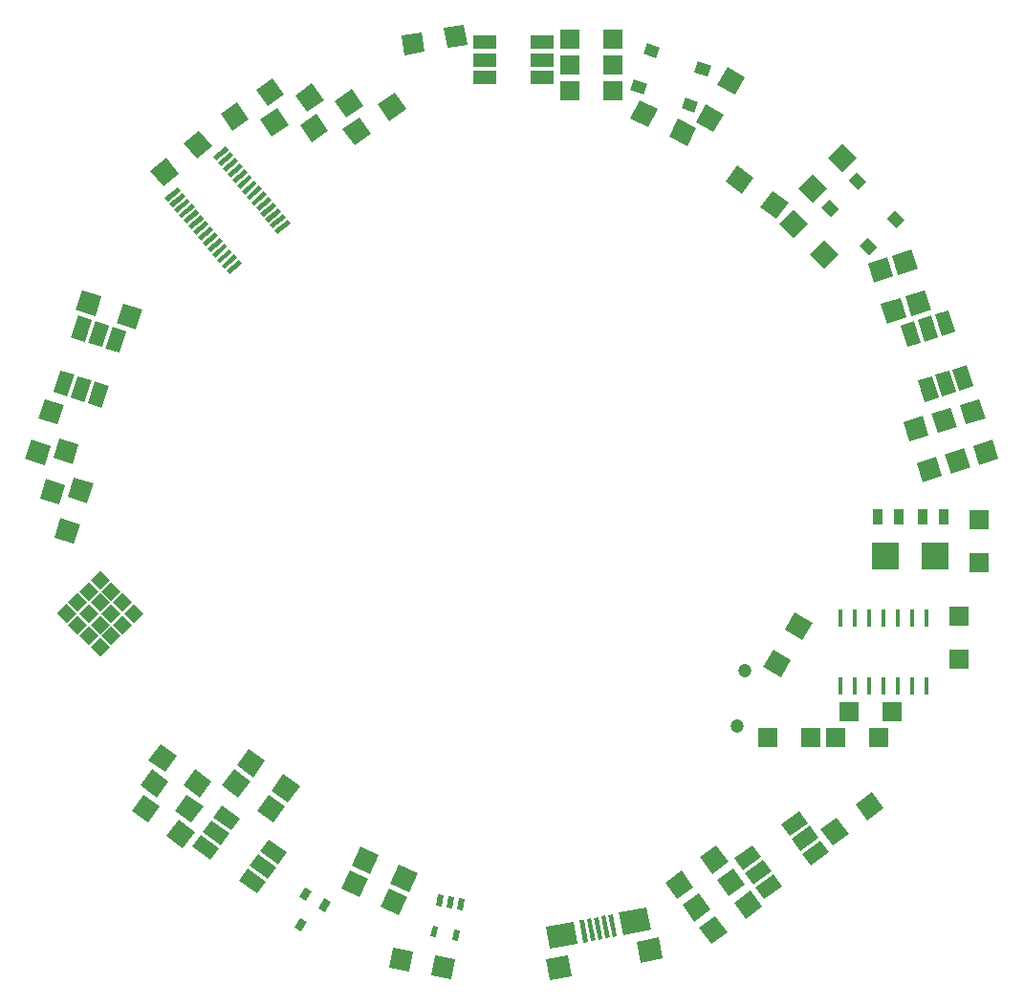
<source format=gtp>
G04 (created by PCBNEW-RS274X (2012-01-19 BZR 3256)-stable) date 12/30/2012 11:34:10 PM*
G01*
G70*
G90*
%MOIN*%
G04 Gerber Fmt 3.4, Leading zero omitted, Abs format*
%FSLAX34Y34*%
G04 APERTURE LIST*
%ADD10C,0.006000*%
%ADD11R,0.017700X0.059100*%
%ADD12C,0.047200*%
%ADD13R,0.035000X0.055000*%
%ADD14R,0.094500X0.094500*%
%ADD15R,0.070900X0.070900*%
%ADD16R,0.078700X0.051200*%
G04 APERTURE END LIST*
G54D10*
G54D11*
X52264Y-43406D03*
X52764Y-43406D03*
X53264Y-43406D03*
X53764Y-43406D03*
X51764Y-43406D03*
X51264Y-43406D03*
X50764Y-43406D03*
X50764Y-45768D03*
X51264Y-45768D03*
X51764Y-45768D03*
X52264Y-45768D03*
X52764Y-45768D03*
X53264Y-45768D03*
X53764Y-45768D03*
G54D12*
X47165Y-47165D03*
X47444Y-45216D03*
G54D13*
X54384Y-39862D03*
X53634Y-39862D03*
X52059Y-39862D03*
X52809Y-39862D03*
G54D14*
X54087Y-41240D03*
X52355Y-41240D03*
G54D10*
G36*
X44030Y-24752D02*
X43895Y-25122D01*
X43452Y-24960D01*
X43587Y-24590D01*
X44030Y-24752D01*
X44030Y-24752D01*
G37*
G36*
X44488Y-23495D02*
X44353Y-23865D01*
X43910Y-23703D01*
X44045Y-23333D01*
X44488Y-23495D01*
X44488Y-23495D01*
G37*
G36*
X45806Y-25399D02*
X45671Y-25769D01*
X45228Y-25607D01*
X45363Y-25237D01*
X45806Y-25399D01*
X45806Y-25399D01*
G37*
G36*
X46264Y-24142D02*
X46129Y-24512D01*
X45686Y-24350D01*
X45821Y-23980D01*
X46264Y-24142D01*
X46264Y-24142D01*
G37*
G36*
X52394Y-29458D02*
X52672Y-29180D01*
X53006Y-29514D01*
X52728Y-29792D01*
X52394Y-29458D01*
X52394Y-29458D01*
G37*
G36*
X51448Y-30404D02*
X51726Y-30126D01*
X52060Y-30460D01*
X51782Y-30738D01*
X51448Y-30404D01*
X51448Y-30404D01*
G37*
G36*
X51058Y-28122D02*
X51336Y-27844D01*
X51670Y-28178D01*
X51392Y-28456D01*
X51058Y-28122D01*
X51058Y-28122D01*
G37*
G36*
X50112Y-29068D02*
X50390Y-28790D01*
X50724Y-29124D01*
X50446Y-29402D01*
X50112Y-29068D01*
X50112Y-29068D01*
G37*
G36*
X53463Y-31209D02*
X52790Y-31428D01*
X52571Y-30755D01*
X53244Y-30536D01*
X53463Y-31209D01*
X53463Y-31209D01*
G37*
G36*
X53925Y-32631D02*
X53252Y-32850D01*
X53033Y-32177D01*
X53706Y-31958D01*
X53925Y-32631D01*
X53925Y-32631D01*
G37*
G36*
X25541Y-33096D02*
X25760Y-32423D01*
X26433Y-32642D01*
X26214Y-33315D01*
X25541Y-33096D01*
X25541Y-33096D01*
G37*
G36*
X24119Y-32634D02*
X24338Y-31961D01*
X25011Y-32180D01*
X24792Y-32853D01*
X24119Y-32634D01*
X24119Y-32634D01*
G37*
G36*
X24505Y-39381D02*
X23832Y-39162D01*
X24051Y-38489D01*
X24724Y-38708D01*
X24505Y-39381D01*
X24505Y-39381D01*
G37*
G36*
X24043Y-40803D02*
X23370Y-40584D01*
X23589Y-39911D01*
X24262Y-40130D01*
X24043Y-40803D01*
X24043Y-40803D01*
G37*
G36*
X23489Y-36644D02*
X22816Y-36425D01*
X23035Y-35752D01*
X23708Y-35971D01*
X23489Y-36644D01*
X23489Y-36644D01*
G37*
G36*
X23027Y-38066D02*
X22354Y-37847D01*
X22573Y-37174D01*
X23246Y-37393D01*
X23027Y-38066D01*
X23027Y-38066D01*
G37*
G36*
X23997Y-38015D02*
X23324Y-37796D01*
X23543Y-37123D01*
X24216Y-37342D01*
X23997Y-38015D01*
X23997Y-38015D01*
G37*
G36*
X23535Y-39437D02*
X22862Y-39218D01*
X23081Y-38545D01*
X23754Y-38764D01*
X23535Y-39437D01*
X23535Y-39437D01*
G37*
G36*
X30802Y-25536D02*
X30396Y-24956D01*
X30976Y-24550D01*
X31382Y-25130D01*
X30802Y-25536D01*
X30802Y-25536D01*
G37*
G36*
X29576Y-26394D02*
X29170Y-25814D01*
X29750Y-25408D01*
X30156Y-25988D01*
X29576Y-26394D01*
X29576Y-26394D01*
G37*
G36*
X27266Y-27344D02*
X27721Y-27887D01*
X27178Y-28342D01*
X26723Y-27799D01*
X27266Y-27344D01*
X27266Y-27344D01*
G37*
G36*
X28412Y-26382D02*
X28867Y-26925D01*
X28324Y-27380D01*
X27869Y-26837D01*
X28412Y-26382D01*
X28412Y-26382D01*
G37*
G36*
X28209Y-29906D02*
X28652Y-29534D01*
X28757Y-29660D01*
X28314Y-30032D01*
X28209Y-29906D01*
X28209Y-29906D01*
G37*
G36*
X28373Y-30102D02*
X28816Y-29730D01*
X28921Y-29856D01*
X28478Y-30228D01*
X28373Y-30102D01*
X28373Y-30102D01*
G37*
G36*
X28538Y-30299D02*
X28981Y-29927D01*
X29086Y-30053D01*
X28643Y-30425D01*
X28538Y-30299D01*
X28538Y-30299D01*
G37*
G36*
X28702Y-30495D02*
X29145Y-30123D01*
X29250Y-30249D01*
X28807Y-30621D01*
X28702Y-30495D01*
X28702Y-30495D01*
G37*
G36*
X29404Y-27906D02*
X29847Y-27534D01*
X29952Y-27660D01*
X29509Y-28032D01*
X29404Y-27906D01*
X29404Y-27906D01*
G37*
G36*
X27715Y-29318D02*
X28158Y-28946D01*
X28263Y-29072D01*
X27820Y-29444D01*
X27715Y-29318D01*
X27715Y-29318D01*
G37*
G36*
X27879Y-29514D02*
X28322Y-29142D01*
X28427Y-29268D01*
X27984Y-29640D01*
X27879Y-29514D01*
X27879Y-29514D01*
G37*
G36*
X28044Y-29710D02*
X28487Y-29338D01*
X28592Y-29464D01*
X28149Y-29836D01*
X28044Y-29710D01*
X28044Y-29710D01*
G37*
G36*
X30555Y-29274D02*
X30998Y-28902D01*
X31103Y-29028D01*
X30660Y-29400D01*
X30555Y-29274D01*
X30555Y-29274D01*
G37*
G36*
X30391Y-29078D02*
X30834Y-28706D01*
X30939Y-28832D01*
X30496Y-29204D01*
X30391Y-29078D01*
X30391Y-29078D01*
G37*
G36*
X30226Y-28882D02*
X30669Y-28510D01*
X30774Y-28636D01*
X30331Y-29008D01*
X30226Y-28882D01*
X30226Y-28882D01*
G37*
G36*
X30061Y-28686D02*
X30504Y-28314D01*
X30609Y-28440D01*
X30166Y-28812D01*
X30061Y-28686D01*
X30061Y-28686D01*
G37*
G36*
X29897Y-28490D02*
X30340Y-28118D01*
X30445Y-28244D01*
X30002Y-28616D01*
X29897Y-28490D01*
X29897Y-28490D01*
G37*
G36*
X29732Y-28293D02*
X30175Y-27921D01*
X30280Y-28047D01*
X29837Y-28419D01*
X29732Y-28293D01*
X29732Y-28293D01*
G37*
G36*
X28867Y-30691D02*
X29310Y-30319D01*
X29415Y-30445D01*
X28972Y-30817D01*
X28867Y-30691D01*
X28867Y-30691D01*
G37*
G36*
X29566Y-28099D02*
X30009Y-27727D01*
X30114Y-27853D01*
X29671Y-28225D01*
X29566Y-28099D01*
X29566Y-28099D01*
G37*
G36*
X27550Y-29122D02*
X27993Y-28750D01*
X28098Y-28876D01*
X27655Y-29248D01*
X27550Y-29122D01*
X27550Y-29122D01*
G37*
G36*
X29031Y-30887D02*
X29474Y-30515D01*
X29579Y-30641D01*
X29136Y-31013D01*
X29031Y-30887D01*
X29031Y-30887D01*
G37*
G36*
X30720Y-29470D02*
X31163Y-29098D01*
X31268Y-29224D01*
X30825Y-29596D01*
X30720Y-29470D01*
X30720Y-29470D01*
G37*
G36*
X29239Y-27705D02*
X29682Y-27333D01*
X29787Y-27459D01*
X29344Y-27831D01*
X29239Y-27705D01*
X29239Y-27705D01*
G37*
G36*
X27386Y-28927D02*
X27829Y-28555D01*
X27934Y-28681D01*
X27491Y-29053D01*
X27386Y-28927D01*
X27386Y-28927D01*
G37*
G36*
X29195Y-31082D02*
X29638Y-30710D01*
X29743Y-30836D01*
X29300Y-31208D01*
X29195Y-31082D01*
X29195Y-31082D01*
G37*
G36*
X30884Y-29665D02*
X31327Y-29293D01*
X31432Y-29419D01*
X30989Y-29791D01*
X30884Y-29665D01*
X30884Y-29665D01*
G37*
G36*
X29075Y-27510D02*
X29518Y-27138D01*
X29623Y-27264D01*
X29180Y-27636D01*
X29075Y-27510D01*
X29075Y-27510D01*
G37*
G36*
X27222Y-28730D02*
X27665Y-28358D01*
X27770Y-28484D01*
X27327Y-28856D01*
X27222Y-28730D01*
X27222Y-28730D01*
G37*
G36*
X29360Y-31278D02*
X29803Y-30906D01*
X29908Y-31032D01*
X29465Y-31404D01*
X29360Y-31278D01*
X29360Y-31278D01*
G37*
G36*
X31048Y-29862D02*
X31491Y-29490D01*
X31596Y-29616D01*
X31153Y-29988D01*
X31048Y-29862D01*
X31048Y-29862D01*
G37*
G36*
X28910Y-27314D02*
X29353Y-26942D01*
X29458Y-27068D01*
X29015Y-27440D01*
X28910Y-27314D01*
X28910Y-27314D01*
G37*
G36*
X32180Y-25733D02*
X31774Y-25153D01*
X32354Y-24747D01*
X32760Y-25327D01*
X32180Y-25733D01*
X32180Y-25733D01*
G37*
G36*
X30954Y-26591D02*
X30548Y-26011D01*
X31128Y-25605D01*
X31534Y-26185D01*
X30954Y-26591D01*
X30954Y-26591D01*
G37*
G36*
X33557Y-25930D02*
X33151Y-25350D01*
X33731Y-24944D01*
X34137Y-25524D01*
X33557Y-25930D01*
X33557Y-25930D01*
G37*
G36*
X32331Y-26788D02*
X31925Y-26208D01*
X32505Y-25802D01*
X32911Y-26382D01*
X32331Y-26788D01*
X32331Y-26788D01*
G37*
G36*
X48433Y-44495D02*
X49047Y-44849D01*
X48693Y-45463D01*
X48079Y-45109D01*
X48433Y-44495D01*
X48433Y-44495D01*
G37*
G36*
X49181Y-43199D02*
X49795Y-43553D01*
X49441Y-44167D01*
X48827Y-43813D01*
X49181Y-43199D01*
X49181Y-43199D01*
G37*
G36*
X34674Y-51678D02*
X34375Y-52319D01*
X33734Y-52020D01*
X34033Y-51379D01*
X34674Y-51678D01*
X34674Y-51678D01*
G37*
G36*
X36030Y-52310D02*
X35731Y-52951D01*
X35090Y-52652D01*
X35389Y-52011D01*
X36030Y-52310D01*
X36030Y-52310D01*
G37*
G36*
X30426Y-50124D02*
X30842Y-49552D01*
X31414Y-49968D01*
X30998Y-50540D01*
X30426Y-50124D01*
X30426Y-50124D01*
G37*
G36*
X29216Y-49244D02*
X29632Y-48672D01*
X30204Y-49088D01*
X29788Y-49660D01*
X29216Y-49244D01*
X29216Y-49244D01*
G37*
G36*
X27867Y-49238D02*
X28283Y-48666D01*
X28855Y-49082D01*
X28439Y-49654D01*
X27867Y-49238D01*
X27867Y-49238D01*
G37*
G36*
X26657Y-48358D02*
X27073Y-47786D01*
X27645Y-48202D01*
X27229Y-48774D01*
X26657Y-48358D01*
X26657Y-48358D01*
G37*
G36*
X27572Y-50124D02*
X27988Y-49552D01*
X28560Y-49968D01*
X28144Y-50540D01*
X27572Y-50124D01*
X27572Y-50124D01*
G37*
G36*
X26362Y-49244D02*
X26778Y-48672D01*
X27350Y-49088D01*
X26934Y-49660D01*
X26362Y-49244D01*
X26362Y-49244D01*
G37*
G36*
X27276Y-51010D02*
X27692Y-50438D01*
X28264Y-50854D01*
X27848Y-51426D01*
X27276Y-51010D01*
X27276Y-51010D01*
G37*
G36*
X26066Y-50130D02*
X26482Y-49558D01*
X27054Y-49974D01*
X26638Y-50546D01*
X26066Y-50130D01*
X26066Y-50130D01*
G37*
G54D15*
X52579Y-46673D03*
X51083Y-46673D03*
X48228Y-47559D03*
X49724Y-47559D03*
G54D10*
G36*
X34320Y-52505D02*
X34021Y-53146D01*
X33380Y-52847D01*
X33679Y-52206D01*
X34320Y-52505D01*
X34320Y-52505D01*
G37*
G36*
X35676Y-53137D02*
X35377Y-53778D01*
X34736Y-53479D01*
X35035Y-52838D01*
X35676Y-53137D01*
X35676Y-53137D01*
G37*
G36*
X35864Y-55036D02*
X35741Y-55733D01*
X35044Y-55610D01*
X35167Y-54913D01*
X35864Y-55036D01*
X35864Y-55036D01*
G37*
G36*
X37338Y-55296D02*
X37215Y-55993D01*
X36518Y-55870D01*
X36641Y-55173D01*
X37338Y-55296D01*
X37338Y-55296D01*
G37*
G36*
X46295Y-52318D02*
X45879Y-51746D01*
X46451Y-51330D01*
X46867Y-51902D01*
X46295Y-52318D01*
X46295Y-52318D01*
G37*
G36*
X45085Y-53198D02*
X44669Y-52626D01*
X45241Y-52210D01*
X45657Y-52782D01*
X45085Y-53198D01*
X45085Y-53198D01*
G37*
G36*
X46885Y-53105D02*
X46469Y-52533D01*
X47041Y-52117D01*
X47457Y-52689D01*
X46885Y-53105D01*
X46885Y-53105D01*
G37*
G36*
X45675Y-53985D02*
X45259Y-53413D01*
X45831Y-52997D01*
X46247Y-53569D01*
X45675Y-53985D01*
X45675Y-53985D01*
G37*
G36*
X47476Y-53893D02*
X47060Y-53321D01*
X47632Y-52905D01*
X48048Y-53477D01*
X47476Y-53893D01*
X47476Y-53893D01*
G37*
G36*
X46266Y-54773D02*
X45850Y-54201D01*
X46422Y-53785D01*
X46838Y-54357D01*
X46266Y-54773D01*
X46266Y-54773D01*
G37*
G36*
X51708Y-50458D02*
X51292Y-49886D01*
X51864Y-49470D01*
X52280Y-50042D01*
X51708Y-50458D01*
X51708Y-50458D01*
G37*
G36*
X50498Y-51338D02*
X50082Y-50766D01*
X50654Y-50350D01*
X51070Y-50922D01*
X50498Y-51338D01*
X50498Y-51338D01*
G37*
G36*
X47095Y-25147D02*
X46481Y-24793D01*
X46835Y-24179D01*
X47449Y-24533D01*
X47095Y-25147D01*
X47095Y-25147D01*
G37*
G36*
X46347Y-26443D02*
X45733Y-26089D01*
X46087Y-25475D01*
X46701Y-25829D01*
X46347Y-26443D01*
X46347Y-26443D01*
G37*
G54D15*
X52106Y-47559D03*
X50610Y-47559D03*
G54D10*
G36*
X50856Y-27826D02*
X50355Y-27325D01*
X50856Y-26824D01*
X51357Y-27325D01*
X50856Y-27826D01*
X50856Y-27826D01*
G37*
G36*
X49798Y-28884D02*
X49297Y-28383D01*
X49798Y-27882D01*
X50299Y-28383D01*
X49798Y-28884D01*
X49798Y-28884D01*
G37*
G54D15*
X55600Y-41448D03*
X55600Y-39952D03*
X54921Y-44842D03*
X54921Y-43346D03*
G54D10*
G36*
X53857Y-37016D02*
X53184Y-37235D01*
X52965Y-36562D01*
X53638Y-36343D01*
X53857Y-37016D01*
X53857Y-37016D01*
G37*
G36*
X54319Y-38438D02*
X53646Y-38657D01*
X53427Y-37984D01*
X54100Y-37765D01*
X54319Y-38438D01*
X54319Y-38438D01*
G37*
G36*
X55825Y-36425D02*
X55152Y-36644D01*
X54933Y-35971D01*
X55606Y-35752D01*
X55825Y-36425D01*
X55825Y-36425D01*
G37*
G36*
X56287Y-37847D02*
X55614Y-38066D01*
X55395Y-37393D01*
X56068Y-37174D01*
X56287Y-37847D01*
X56287Y-37847D01*
G37*
G36*
X54841Y-36721D02*
X54168Y-36940D01*
X53949Y-36267D01*
X54622Y-36048D01*
X54841Y-36721D01*
X54841Y-36721D01*
G37*
G36*
X55303Y-38143D02*
X54630Y-38362D01*
X54411Y-37689D01*
X55084Y-37470D01*
X55303Y-38143D01*
X55303Y-38143D01*
G37*
G36*
X52187Y-32445D02*
X52860Y-32226D01*
X53079Y-32899D01*
X52406Y-33118D01*
X52187Y-32445D01*
X52187Y-32445D01*
G37*
G36*
X51725Y-31023D02*
X52398Y-30804D01*
X52617Y-31477D01*
X51944Y-31696D01*
X51725Y-31023D01*
X51725Y-31023D01*
G37*
G36*
X49637Y-29632D02*
X49136Y-30133D01*
X48635Y-29632D01*
X49136Y-29131D01*
X49637Y-29632D01*
X49637Y-29632D01*
G37*
G36*
X50695Y-30690D02*
X50194Y-31191D01*
X49693Y-30690D01*
X50194Y-30189D01*
X50695Y-30690D01*
X50695Y-30690D01*
G37*
G36*
X44399Y-25627D02*
X44089Y-26263D01*
X43453Y-25953D01*
X43763Y-25317D01*
X44399Y-25627D01*
X44399Y-25627D01*
G37*
G36*
X45743Y-26283D02*
X45433Y-26919D01*
X44797Y-26609D01*
X45107Y-25973D01*
X45743Y-26283D01*
X45743Y-26283D01*
G37*
G36*
X47977Y-29057D02*
X48393Y-28485D01*
X48965Y-28901D01*
X48549Y-29473D01*
X47977Y-29057D01*
X47977Y-29057D01*
G37*
G36*
X46767Y-28177D02*
X47183Y-27605D01*
X47755Y-28021D01*
X47339Y-28593D01*
X46767Y-28177D01*
X46767Y-28177D01*
G37*
G54D15*
X41352Y-23200D03*
X42848Y-23200D03*
G54D10*
G36*
X36164Y-22948D02*
X36287Y-23645D01*
X35590Y-23768D01*
X35467Y-23071D01*
X36164Y-22948D01*
X36164Y-22948D01*
G37*
G36*
X37638Y-22688D02*
X37761Y-23385D01*
X37064Y-23508D01*
X36941Y-22811D01*
X37638Y-22688D01*
X37638Y-22688D01*
G37*
G54D15*
X41352Y-24100D03*
X42848Y-24100D03*
X41352Y-25000D03*
X42848Y-25000D03*
G54D10*
G36*
X41822Y-54718D02*
X41672Y-53946D01*
X41826Y-53916D01*
X41976Y-54688D01*
X41822Y-54718D01*
X41822Y-54718D01*
G37*
G36*
X42074Y-54669D02*
X41924Y-53897D01*
X42078Y-53867D01*
X42228Y-54639D01*
X42074Y-54669D01*
X42074Y-54669D01*
G37*
G36*
X42325Y-54620D02*
X42175Y-53848D01*
X42329Y-53818D01*
X42479Y-54590D01*
X42325Y-54620D01*
X42325Y-54620D01*
G37*
G36*
X42576Y-54571D02*
X42426Y-53799D01*
X42580Y-53769D01*
X42730Y-54541D01*
X42576Y-54571D01*
X42576Y-54571D01*
G37*
G36*
X42827Y-54523D02*
X42677Y-53751D01*
X42831Y-53721D01*
X42981Y-54493D01*
X42827Y-54523D01*
X42827Y-54523D01*
G37*
G36*
X40644Y-54947D02*
X40494Y-54175D01*
X41460Y-53987D01*
X41610Y-54759D01*
X40644Y-54947D01*
X40644Y-54947D01*
G37*
G36*
X43194Y-54451D02*
X43044Y-53679D01*
X44010Y-53491D01*
X44160Y-54263D01*
X43194Y-54451D01*
X43194Y-54451D01*
G37*
G36*
X43804Y-55416D02*
X43661Y-54682D01*
X44432Y-54532D01*
X44575Y-55266D01*
X43804Y-55416D01*
X43804Y-55416D01*
G37*
G36*
X40635Y-56032D02*
X40492Y-55298D01*
X41263Y-55148D01*
X41406Y-55882D01*
X40635Y-56032D01*
X40635Y-56032D01*
G37*
G36*
X26130Y-43563D02*
X25796Y-43229D01*
X26130Y-42895D01*
X26464Y-43229D01*
X26130Y-43563D01*
X26130Y-43563D01*
G37*
G36*
X25740Y-43952D02*
X25406Y-43618D01*
X25740Y-43284D01*
X26074Y-43618D01*
X25740Y-43952D01*
X25740Y-43952D01*
G37*
G36*
X24961Y-43173D02*
X24627Y-42839D01*
X24961Y-42505D01*
X25295Y-42839D01*
X24961Y-43173D01*
X24961Y-43173D01*
G37*
G36*
X25351Y-44342D02*
X25017Y-44008D01*
X25351Y-43674D01*
X25685Y-44008D01*
X25351Y-44342D01*
X25351Y-44342D01*
G37*
G36*
X24961Y-44733D02*
X24627Y-44399D01*
X24961Y-44065D01*
X25295Y-44399D01*
X24961Y-44733D01*
X24961Y-44733D01*
G37*
G36*
X24181Y-43172D02*
X23847Y-42838D01*
X24181Y-42504D01*
X24515Y-42838D01*
X24181Y-43172D01*
X24181Y-43172D01*
G37*
G36*
X24571Y-42783D02*
X24237Y-42449D01*
X24571Y-42115D01*
X24905Y-42449D01*
X24571Y-42783D01*
X24571Y-42783D01*
G37*
G36*
X24960Y-42393D02*
X24626Y-42059D01*
X24960Y-41725D01*
X25294Y-42059D01*
X24960Y-42393D01*
X24960Y-42393D01*
G37*
G36*
X23791Y-43563D02*
X23457Y-43229D01*
X23791Y-42895D01*
X24125Y-43229D01*
X23791Y-43563D01*
X23791Y-43563D01*
G37*
G36*
X24180Y-43952D02*
X23846Y-43618D01*
X24180Y-43284D01*
X24514Y-43618D01*
X24180Y-43952D01*
X24180Y-43952D01*
G37*
G36*
X24571Y-44343D02*
X24237Y-44009D01*
X24571Y-43675D01*
X24905Y-44009D01*
X24571Y-44343D01*
X24571Y-44343D01*
G37*
G36*
X25350Y-42783D02*
X25016Y-42449D01*
X25350Y-42115D01*
X25684Y-42449D01*
X25350Y-42783D01*
X25350Y-42783D01*
G37*
G36*
X25740Y-43173D02*
X25406Y-42839D01*
X25740Y-42505D01*
X26074Y-42839D01*
X25740Y-43173D01*
X25740Y-43173D01*
G37*
G36*
X24961Y-43952D02*
X24627Y-43618D01*
X24961Y-43284D01*
X25295Y-43618D01*
X24961Y-43952D01*
X24961Y-43952D01*
G37*
G36*
X25351Y-43563D02*
X25017Y-43229D01*
X25351Y-42895D01*
X25685Y-43229D01*
X25351Y-43563D01*
X25351Y-43563D01*
G37*
G36*
X24571Y-43562D02*
X24237Y-43228D01*
X24571Y-42894D01*
X24905Y-43228D01*
X24571Y-43562D01*
X24571Y-43562D01*
G37*
G36*
X32173Y-53992D02*
X31976Y-54334D01*
X31737Y-54196D01*
X31934Y-53854D01*
X32173Y-53992D01*
X32173Y-53992D01*
G37*
G36*
X32348Y-52938D02*
X32151Y-53280D01*
X31912Y-53142D01*
X32109Y-52800D01*
X32348Y-52938D01*
X32348Y-52938D01*
G37*
G36*
X32998Y-53313D02*
X32801Y-53655D01*
X32562Y-53517D01*
X32759Y-53175D01*
X32998Y-53313D01*
X32998Y-53313D01*
G37*
G36*
X37684Y-53203D02*
X37615Y-53591D01*
X37418Y-53557D01*
X37487Y-53169D01*
X37684Y-53203D01*
X37684Y-53203D01*
G37*
G36*
X36947Y-53073D02*
X36878Y-53461D01*
X36681Y-53427D01*
X36750Y-53039D01*
X36947Y-53073D01*
X36947Y-53073D01*
G37*
G36*
X37493Y-54289D02*
X37424Y-54677D01*
X37227Y-54643D01*
X37296Y-54255D01*
X37493Y-54289D01*
X37493Y-54289D01*
G37*
G36*
X37316Y-53138D02*
X37247Y-53526D01*
X37050Y-53492D01*
X37119Y-53104D01*
X37316Y-53138D01*
X37316Y-53138D01*
G37*
G36*
X36756Y-54159D02*
X36687Y-54547D01*
X36490Y-54513D01*
X36559Y-54125D01*
X36756Y-54159D01*
X36756Y-54159D01*
G37*
G36*
X31103Y-52090D02*
X30802Y-52504D01*
X30167Y-52042D01*
X30468Y-51628D01*
X31103Y-52090D01*
X31103Y-52090D01*
G37*
G36*
X29479Y-50910D02*
X29178Y-51324D01*
X28543Y-50862D01*
X28844Y-50448D01*
X29479Y-50910D01*
X29479Y-50910D01*
G37*
G36*
X29849Y-50400D02*
X29548Y-50814D01*
X28913Y-50352D01*
X29214Y-49938D01*
X29849Y-50400D01*
X29849Y-50400D01*
G37*
G36*
X29108Y-51420D02*
X28807Y-51834D01*
X28172Y-51372D01*
X28473Y-50958D01*
X29108Y-51420D01*
X29108Y-51420D01*
G37*
G36*
X30733Y-52600D02*
X30432Y-53014D01*
X29797Y-52552D01*
X30098Y-52138D01*
X30733Y-52600D01*
X30733Y-52600D01*
G37*
G36*
X31474Y-51580D02*
X31173Y-51994D01*
X30538Y-51532D01*
X30839Y-51118D01*
X31474Y-51580D01*
X31474Y-51580D01*
G37*
G36*
X49699Y-50645D02*
X50000Y-51059D01*
X49365Y-51521D01*
X49064Y-51107D01*
X49699Y-50645D01*
X49699Y-50645D01*
G37*
G36*
X48075Y-51825D02*
X48376Y-52239D01*
X47741Y-52701D01*
X47440Y-52287D01*
X48075Y-51825D01*
X48075Y-51825D01*
G37*
G36*
X47704Y-51315D02*
X48005Y-51729D01*
X47370Y-52191D01*
X47069Y-51777D01*
X47704Y-51315D01*
X47704Y-51315D01*
G37*
G36*
X48445Y-52335D02*
X48746Y-52749D01*
X48111Y-53211D01*
X47810Y-52797D01*
X48445Y-52335D01*
X48445Y-52335D01*
G37*
G36*
X50070Y-51155D02*
X50371Y-51569D01*
X49736Y-52031D01*
X49435Y-51617D01*
X50070Y-51155D01*
X50070Y-51155D01*
G37*
G36*
X49329Y-50135D02*
X49630Y-50549D01*
X48995Y-51011D01*
X48694Y-50597D01*
X49329Y-50135D01*
X49329Y-50135D01*
G37*
G36*
X53459Y-33002D02*
X53946Y-32844D01*
X54189Y-33592D01*
X53702Y-33750D01*
X53459Y-33002D01*
X53459Y-33002D01*
G37*
G36*
X54079Y-34912D02*
X54566Y-34754D01*
X54809Y-35502D01*
X54322Y-35660D01*
X54079Y-34912D01*
X54079Y-34912D01*
G37*
G36*
X53480Y-35107D02*
X53967Y-34949D01*
X54210Y-35697D01*
X53723Y-35855D01*
X53480Y-35107D01*
X53480Y-35107D01*
G37*
G36*
X54678Y-34717D02*
X55165Y-34559D01*
X55408Y-35307D01*
X54921Y-35465D01*
X54678Y-34717D01*
X54678Y-34717D01*
G37*
G36*
X54058Y-32807D02*
X54545Y-32649D01*
X54788Y-33397D01*
X54301Y-33555D01*
X54058Y-32807D01*
X54058Y-32807D01*
G37*
G36*
X52860Y-33197D02*
X53347Y-33039D01*
X53590Y-33787D01*
X53103Y-33945D01*
X52860Y-33197D01*
X52860Y-33197D01*
G37*
G54D16*
X38366Y-23917D03*
X40374Y-23917D03*
X40374Y-24547D03*
X40374Y-23287D03*
X38366Y-23287D03*
X38366Y-24547D03*
G54D10*
G36*
X24794Y-33041D02*
X25281Y-33199D01*
X25038Y-33947D01*
X24551Y-33789D01*
X24794Y-33041D01*
X24794Y-33041D01*
G37*
G36*
X24174Y-34951D02*
X24661Y-35109D01*
X24418Y-35857D01*
X23931Y-35699D01*
X24174Y-34951D01*
X24174Y-34951D01*
G37*
G36*
X23575Y-34756D02*
X24062Y-34914D01*
X23819Y-35662D01*
X23332Y-35504D01*
X23575Y-34756D01*
X23575Y-34756D01*
G37*
G36*
X24773Y-35146D02*
X25260Y-35304D01*
X25017Y-36052D01*
X24530Y-35894D01*
X24773Y-35146D01*
X24773Y-35146D01*
G37*
G36*
X25393Y-33236D02*
X25880Y-33394D01*
X25637Y-34142D01*
X25150Y-33984D01*
X25393Y-33236D01*
X25393Y-33236D01*
G37*
G36*
X24195Y-32846D02*
X24682Y-33004D01*
X24439Y-33752D01*
X23952Y-33594D01*
X24195Y-32846D01*
X24195Y-32846D01*
G37*
G36*
X30938Y-49416D02*
X31354Y-48844D01*
X31926Y-49260D01*
X31510Y-49832D01*
X30938Y-49416D01*
X30938Y-49416D01*
G37*
G36*
X29728Y-48536D02*
X30144Y-47964D01*
X30716Y-48380D01*
X30300Y-48952D01*
X29728Y-48536D01*
X29728Y-48536D01*
G37*
G36*
X34002Y-25920D02*
X34408Y-26500D01*
X33828Y-26906D01*
X33422Y-26326D01*
X34002Y-25920D01*
X34002Y-25920D01*
G37*
G36*
X35228Y-25062D02*
X35634Y-25642D01*
X35054Y-26048D01*
X34648Y-25468D01*
X35228Y-25062D01*
X35228Y-25062D01*
G37*
M02*

</source>
